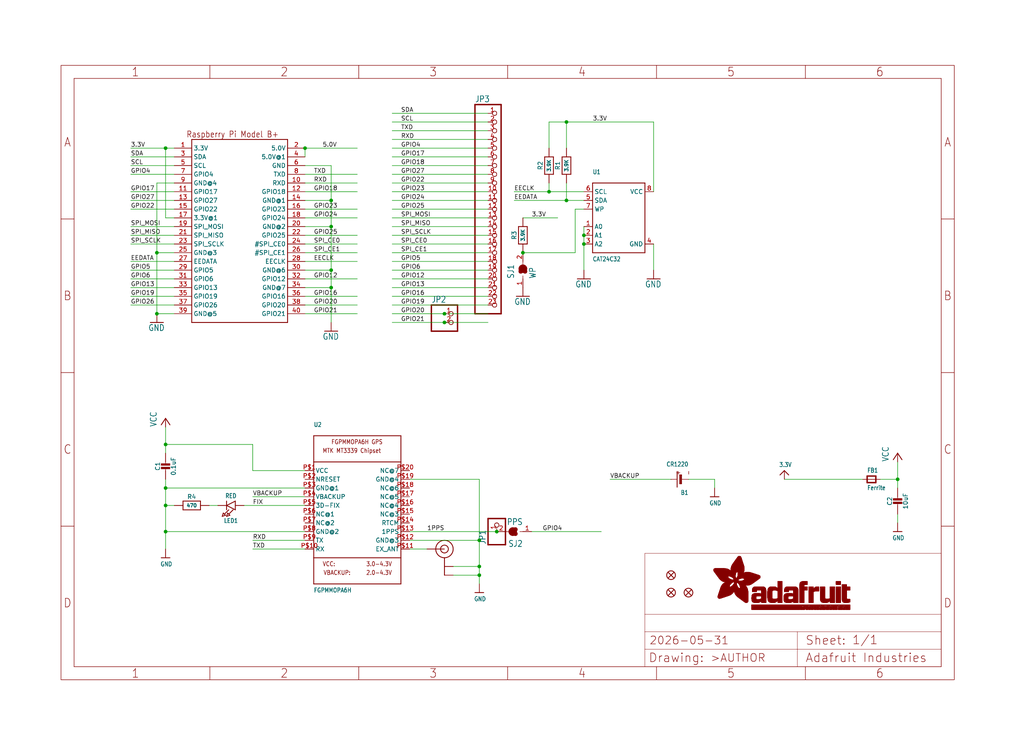
<source format=kicad_sch>
(kicad_sch (version 20230121) (generator eeschema)
  (paper "User" 298.45 217.17)
  (lib_symbols
    (symbol "Adafruit Ultimate GPS Hat-eagle-import:3.3V" (power)
      (property "Value" "3.3V" (at -1.524 1.016 0))
      (symbol "3.3V_1_0"
        (pin power_in line (at 0 -2.54 90) (length 2.54) (name "3.3V") (number "1"))
      )
    )
    (symbol "Adafruit Ultimate GPS Hat-eagle-import:BATTERYCR1220_SMT"
      (property "Reference" "B" (at -2.54 3.175 0))
      (symbol "BATTERYCR1220_SMT_1_0"
        (text "+" (at 1.27 -1.143 900) (effects (font (size 1.27 1.0795)) (justify right top)))
        (text "-" (at -1.778 -1.143 900) (effects (font (size 1.27 1.0795)) (justify right top)))
        (pin passive line (at 2.54 0 180) (length 0) (name "+") (number "+$1"))
        (pin passive line (at 2.54 0 180) (length 0) (name "+") (number "+$2"))
        (pin passive line (at -2.54 0 0) (length 0) (name "-") (number "-"))
      )
    )
    (symbol "Adafruit Ultimate GPS Hat-eagle-import:CAP_CERAMIC0805-NOOUTLINE"
      (property "Reference" "C" (at -2.29 1.25 90))
      (symbol "CAP_CERAMIC0805-NOOUTLINE_1_0"
        (pin passive line (at 0 5.08 270) (length 2.54) (name "1") (number "1"))
        (pin passive line (at 0 -2.54 90) (length 2.54) (name "2") (number "2"))
      )
    )
    (symbol "Adafruit Ultimate GPS Hat-eagle-import:EEPROM_I2C_SOIC8_GENERIC"
      (property "Reference" "U" (at -7.62 12.7 0))
      (symbol "EEPROM_I2C_SOIC8_GENERIC_1_0"
        (pin input line (at -10.16 -2.54 0) (length 2.54) (name "A0") (number "1"))
        (pin input line (at -10.16 -5.08 0) (length 2.54) (name "A1") (number "2"))
        (pin input line (at -10.16 -7.62 0) (length 2.54) (name "A2") (number "3"))
        (pin power_in line (at 10.16 -7.62 180) (length 2.54) (name "GND") (number "4"))
        (pin bidirectional line (at -10.16 5.08 0) (length 2.54) (name "SDA") (number "5"))
        (pin input line (at -10.16 7.62 0) (length 2.54) (name "SCL") (number "6"))
        (pin input line (at -10.16 2.54 0) (length 2.54) (name "WP") (number "7"))
        (pin power_in line (at 10.16 7.62 180) (length 2.54) (name "VCC") (number "8"))
      )
    )
    (symbol "Adafruit Ultimate GPS Hat-eagle-import:FERRITE0805"
      (property "Reference" "FB" (at -1.27 1.905 0))
      (symbol "FERRITE0805_1_0"
        (pin passive line (at -2.54 0 0) (length 2.54) (name "P$1") (number "1"))
        (pin passive line (at 2.54 0 180) (length 2.54) (name "P$2") (number "2"))
      )
    )
    (symbol "Adafruit Ultimate GPS Hat-eagle-import:FIDUCIAL_1MM")
    (symbol "Adafruit Ultimate GPS Hat-eagle-import:FRAME_A4_ADAFRUIT"
      (symbol "FRAME_A4_ADAFRUIT_1_0"
        (text "${#}/${##}" (at 230.505 10.16 0) (effects (font (size 2.54 2.54)) (justify left bottom)))
        (text "${CURRENT_DATE}" (at 171.45 10.16 0) (effects (font (size 2.286 2.286)) (justify left bottom)))
        (text "${PROJECTNAME}" (at 171.45 15.24 0) (effects (font (size 2.54 2.54)) (justify left bottom)))
        (text "1" (at 21.6958 1.905 0) (effects (font (size 2.54 2.286))))
        (text "1" (at 21.6958 177.165 0) (effects (font (size 2.54 2.286))))
        (text "2" (at 65.0875 1.905 0) (effects (font (size 2.54 2.286))))
        (text "2" (at 65.0875 177.165 0) (effects (font (size 2.54 2.286))))
        (text "3" (at 108.4792 1.905 0) (effects (font (size 2.54 2.286))))
        (text "3" (at 108.4792 177.165 0) (effects (font (size 2.54 2.286))))
        (text "4" (at 151.8708 1.905 0) (effects (font (size 2.54 2.286))))
        (text "4" (at 151.8708 177.165 0) (effects (font (size 2.54 2.286))))
        (text "5" (at 195.2625 1.905 0) (effects (font (size 2.54 2.286))))
        (text "5" (at 195.2625 177.165 0) (effects (font (size 2.54 2.286))))
        (text "6" (at 238.6542 1.905 0) (effects (font (size 2.54 2.286))))
        (text "6" (at 238.6542 177.165 0) (effects (font (size 2.54 2.286))))
        (text ">AUTHOR" (at 189.23 5.08 0) (effects (font (size 2.286 2.286)) (justify left bottom)))
        (text "A" (at 1.905 156.6863 0) (effects (font (size 2.54 2.286))))
        (text "A" (at 258.445 156.6863 0) (effects (font (size 2.54 2.286))))
        (text "Adafruit Industries" (at 216.916 4.953 0) (effects (font (size 2.54 2.54)) (justify left bottom)))
        (text "B" (at 1.905 111.9188 0) (effects (font (size 2.54 2.286))))
        (text "B" (at 258.445 111.9188 0) (effects (font (size 2.54 2.286))))
        (text "C" (at 1.905 67.1513 0) (effects (font (size 2.54 2.286))))
        (text "C" (at 258.445 67.1513 0) (effects (font (size 2.54 2.286))))
        (text "D" (at 1.905 22.3838 0) (effects (font (size 2.54 2.286))))
        (text "D" (at 258.445 22.3838 0) (effects (font (size 2.54 2.286))))
        (text "Drawing:" (at 171.196 4.953 0) (effects (font (size 2.54 2.54)) (justify left bottom)))
        (text "Sheet:" (at 216.916 10.033 0) (effects (font (size 2.54 2.54)) (justify left bottom)))
      )
    )
    (symbol "Adafruit Ultimate GPS Hat-eagle-import:GND" (power)
      (property "Value" "GND" (at -1.524 -2.54 0))
      (symbol "GND_1_0"
        (pin power_in line (at 0 2.54 270) (length 2.54) (name "GND") (number "1"))
      )
    )
    (symbol "Adafruit Ultimate GPS Hat-eagle-import:GPS_FGPMMOPA6H"
      (property "Reference" "U" (at -12.7 22.86 0))
      (symbol "GPS_FGPMMOPA6H_1_0"
        (text "2.0-4.3V" (at 2.54 -20.32 0) (effects (font (size 1.27 1.0795)) (justify left bottom)))
        (text "3.0-4.3V" (at 2.54 -17.78 0) (effects (font (size 1.27 1.0795)) (justify left bottom)))
        (text "FGPMMOPA6H GPS" (at -7.62 17.78 0) (effects (font (size 1.27 1.0795)) (justify left bottom)))
        (text "MTK MT3339 Chipset" (at -10.16 15.24 0) (effects (font (size 1.27 1.0795)) (justify left bottom)))
        (text "VBACKUP:" (at -9.906 -20.32 0) (effects (font (size 1.27 1.0795)) (justify left bottom)))
        (text "VCC:" (at -10.16 -17.78 0) (effects (font (size 1.27 1.0795)) (justify left bottom)))
        (pin bidirectional line (at -15.24 10.16 0) (length 2.54) (name "VCC") (number "P$1"))
        (pin bidirectional line (at -15.24 -12.7 0) (length 2.54) (name "RX") (number "P$10"))
        (pin bidirectional line (at 15.24 -12.7 180) (length 2.54) (name "EX_ANT") (number "P$11"))
        (pin bidirectional line (at 15.24 -10.16 180) (length 2.54) (name "GND@3") (number "P$12"))
        (pin bidirectional line (at 15.24 -7.62 180) (length 2.54) (name "1PPS") (number "P$13"))
        (pin bidirectional line (at 15.24 -5.08 180) (length 2.54) (name "RTCM") (number "P$14"))
        (pin bidirectional line (at 15.24 -2.54 180) (length 2.54) (name "NC@3") (number "P$15"))
        (pin bidirectional line (at 15.24 0 180) (length 2.54) (name "NC@4") (number "P$16"))
        (pin bidirectional line (at 15.24 2.54 180) (length 2.54) (name "NC@5") (number "P$17"))
        (pin bidirectional line (at 15.24 5.08 180) (length 2.54) (name "NC@6") (number "P$18"))
        (pin bidirectional line (at 15.24 7.62 180) (length 2.54) (name "GND@4") (number "P$19"))
        (pin bidirectional line (at -15.24 7.62 0) (length 2.54) (name "NRESET") (number "P$2"))
        (pin bidirectional line (at 15.24 10.16 180) (length 2.54) (name "NC@7") (number "P$20"))
        (pin bidirectional line (at -15.24 5.08 0) (length 2.54) (name "GND@1") (number "P$3"))
        (pin bidirectional line (at -15.24 2.54 0) (length 2.54) (name "VBACKUP") (number "P$4"))
        (pin bidirectional line (at -15.24 0 0) (length 2.54) (name "3D-FIX") (number "P$5"))
        (pin bidirectional line (at -15.24 -2.54 0) (length 2.54) (name "NC@1") (number "P$6"))
        (pin bidirectional line (at -15.24 -5.08 0) (length 2.54) (name "NC@2") (number "P$7"))
        (pin bidirectional line (at -15.24 -7.62 0) (length 2.54) (name "GND@2") (number "P$8"))
        (pin bidirectional line (at -15.24 -10.16 0) (length 2.54) (name "TX") (number "P$9"))
      )
    )
    (symbol "Adafruit Ultimate GPS Hat-eagle-import:HEADER-1X23"
      (property "Reference" "JP" (at -1.27 31.115 0))
      (symbol "HEADER-1X23_1_0"
        (pin passive inverted (at 2.54 27.94 0) (length 2.54) (name "1") (number "1"))
        (pin passive inverted (at 2.54 5.08 0) (length 2.54) (name "10") (number "10"))
        (pin passive inverted (at 2.54 2.54 0) (length 2.54) (name "11") (number "11"))
        (pin passive inverted (at 2.54 0 0) (length 2.54) (name "12") (number "12"))
        (pin passive inverted (at 2.54 -2.54 0) (length 2.54) (name "13") (number "13"))
        (pin passive inverted (at 2.54 -5.08 0) (length 2.54) (name "14") (number "14"))
        (pin passive inverted (at 2.54 -7.62 0) (length 2.54) (name "15") (number "15"))
        (pin passive inverted (at 2.54 -10.16 0) (length 2.54) (name "16") (number "16"))
        (pin passive inverted (at 2.54 -12.7 0) (length 2.54) (name "17") (number "17"))
        (pin passive inverted (at 2.54 -15.24 0) (length 2.54) (name "18") (number "18"))
        (pin passive inverted (at 2.54 -17.78 0) (length 2.54) (name "19") (number "19"))
        (pin passive inverted (at 2.54 25.4 0) (length 2.54) (name "2") (number "2"))
        (pin passive inverted (at 2.54 -20.32 0) (length 2.54) (name "20") (number "20"))
        (pin passive inverted (at 2.54 -22.86 0) (length 2.54) (name "21") (number "21"))
        (pin passive inverted (at 2.54 -25.4 0) (length 2.54) (name "22") (number "22"))
        (pin passive inverted (at 2.54 -27.94 0) (length 2.54) (name "23") (number "23"))
        (pin passive inverted (at 2.54 22.86 0) (length 2.54) (name "3") (number "3"))
        (pin passive inverted (at 2.54 20.32 0) (length 2.54) (name "4") (number "4"))
        (pin passive inverted (at 2.54 17.78 0) (length 2.54) (name "5") (number "5"))
        (pin passive inverted (at 2.54 15.24 0) (length 2.54) (name "6") (number "6"))
        (pin passive inverted (at 2.54 12.7 0) (length 2.54) (name "7") (number "7"))
        (pin passive inverted (at 2.54 10.16 0) (length 2.54) (name "8") (number "8"))
        (pin passive inverted (at 2.54 7.62 0) (length 2.54) (name "9") (number "9"))
      )
    )
    (symbol "Adafruit Ultimate GPS Hat-eagle-import:HEADER-1X2ROUND"
      (property "Reference" "JP" (at -6.35 5.715 0))
      (symbol "HEADER-1X2ROUND_1_0"
        (pin passive inverted (at -2.54 2.54 0) (length 2.54) (name "1") (number "1"))
        (pin passive inverted (at -2.54 0 0) (length 2.54) (name "2") (number "2"))
      )
    )
    (symbol "Adafruit Ultimate GPS Hat-eagle-import:LED0805"
      (property "Reference" "D" (at -1.27 4.445 0))
      (symbol "LED0805_1_0"
        (pin passive line (at -5.08 0 0) (length 2.54) (name "A") (number "A"))
        (pin passive line (at 2.54 0 180) (length 2.54) (name "C") (number "C"))
      )
    )
    (symbol "Adafruit Ultimate GPS Hat-eagle-import:PINHD-1X1CB"
      (property "Reference" "JP" (at -6.35 3.175 0))
      (symbol "PINHD-1X1CB_1_0"
        (pin passive inverted (at -2.54 0 0) (length 2.54) (name "1") (number "1"))
      )
    )
    (symbol "Adafruit Ultimate GPS Hat-eagle-import:RASPBERRYPI_BPLUS_HATSLOTS"
      (symbol "RASPBERRYPI_BPLUS_HATSLOTS_1_0"
        (text "Raspberry Pi Model B+" (at 12.7 25.4 0) (effects (font (size 1.778 1.5113)) (justify right top)))
        (pin power_in line (at -17.78 20.32 0) (length 5.08) (name "3.3V") (number "1"))
        (pin bidirectional line (at 20.32 10.16 180) (length 5.08) (name "RXD") (number "10"))
        (pin bidirectional line (at -17.78 7.62 0) (length 5.08) (name "GPIO17") (number "11"))
        (pin bidirectional line (at 20.32 7.62 180) (length 5.08) (name "GPIO18") (number "12"))
        (pin bidirectional line (at -17.78 5.08 0) (length 5.08) (name "GPIO27") (number "13"))
        (pin power_in line (at 20.32 5.08 180) (length 5.08) (name "GND@1") (number "14"))
        (pin bidirectional line (at -17.78 2.54 0) (length 5.08) (name "GPIO22") (number "15"))
        (pin bidirectional line (at 20.32 2.54 180) (length 5.08) (name "GPIO23") (number "16"))
        (pin power_in line (at -17.78 0 0) (length 5.08) (name "3.3V@1") (number "17"))
        (pin bidirectional line (at 20.32 0 180) (length 5.08) (name "GPIO24") (number "18"))
        (pin bidirectional line (at -17.78 -2.54 0) (length 5.08) (name "SPI_MOSI") (number "19"))
        (pin power_in line (at 20.32 20.32 180) (length 5.08) (name "5.0V") (number "2"))
        (pin power_in line (at 20.32 -2.54 180) (length 5.08) (name "GND@2") (number "20"))
        (pin bidirectional line (at -17.78 -5.08 0) (length 5.08) (name "SPI_MISO") (number "21"))
        (pin bidirectional line (at 20.32 -5.08 180) (length 5.08) (name "GPIO25") (number "22"))
        (pin bidirectional line (at -17.78 -7.62 0) (length 5.08) (name "SPI_SCLK") (number "23"))
        (pin bidirectional line (at 20.32 -7.62 180) (length 5.08) (name "#SPI_CE0") (number "24"))
        (pin power_in line (at -17.78 -10.16 0) (length 5.08) (name "GND@3") (number "25"))
        (pin bidirectional line (at 20.32 -10.16 180) (length 5.08) (name "#SPI_CE1") (number "26"))
        (pin bidirectional line (at -17.78 -12.7 0) (length 5.08) (name "EEDATA") (number "27"))
        (pin bidirectional line (at 20.32 -12.7 180) (length 5.08) (name "EECLK") (number "28"))
        (pin bidirectional line (at -17.78 -15.24 0) (length 5.08) (name "GPIO5") (number "29"))
        (pin bidirectional line (at -17.78 17.78 0) (length 5.08) (name "SDA") (number "3"))
        (pin power_in line (at 20.32 -15.24 180) (length 5.08) (name "GND@6") (number "30"))
        (pin bidirectional line (at -17.78 -17.78 0) (length 5.08) (name "GPIO6") (number "31"))
        (pin bidirectional line (at 20.32 -17.78 180) (length 5.08) (name "GPIO12") (number "32"))
        (pin bidirectional line (at -17.78 -20.32 0) (length 5.08) (name "GPIO13") (number "33"))
        (pin power_in line (at 20.32 -20.32 180) (length 5.08) (name "GND@7") (number "34"))
        (pin bidirectional line (at -17.78 -22.86 0) (length 5.08) (name "GPIO19") (number "35"))
        (pin bidirectional line (at 20.32 -22.86 180) (length 5.08) (name "GPIO16") (number "36"))
        (pin bidirectional line (at -17.78 -25.4 0) (length 5.08) (name "GPIO26") (number "37"))
        (pin bidirectional line (at 20.32 -25.4 180) (length 5.08) (name "GPIO20") (number "38"))
        (pin power_in line (at -17.78 -27.94 0) (length 5.08) (name "GND@5") (number "39"))
        (pin power_in line (at 20.32 17.78 180) (length 5.08) (name "5.0V@1") (number "4"))
        (pin bidirectional line (at 20.32 -27.94 180) (length 5.08) (name "GPIO21") (number "40"))
        (pin bidirectional line (at -17.78 15.24 0) (length 5.08) (name "SCL") (number "5"))
        (pin power_in line (at 20.32 15.24 180) (length 5.08) (name "GND") (number "6"))
        (pin bidirectional line (at -17.78 12.7 0) (length 5.08) (name "GPIO4") (number "7"))
        (pin bidirectional line (at 20.32 12.7 180) (length 5.08) (name "TXD") (number "8"))
        (pin power_in line (at -17.78 10.16 0) (length 5.08) (name "GND@4") (number "9"))
      )
    )
    (symbol "Adafruit Ultimate GPS Hat-eagle-import:RESISTOR0805_NOOUTLINE"
      (property "Reference" "R" (at 0 2.54 0))
      (symbol "RESISTOR0805_NOOUTLINE_1_0"
        (pin passive line (at -5.08 0 0) (length 2.54) (name "1") (number "1"))
        (pin passive line (at 5.08 0 180) (length 2.54) (name "2") (number "2"))
      )
    )
    (symbol "Adafruit Ultimate GPS Hat-eagle-import:SOLDERJUMPER_CLOSED"
      (property "Reference" "SJ" (at -2.54 2.54 0))
      (symbol "SOLDERJUMPER_CLOSED_1_0"
        (pin passive line (at -5.08 0 0) (length 2.54) (name "1") (number "1"))
        (pin passive line (at 5.08 0 180) (length 2.54) (name "2") (number "2"))
      )
    )
    (symbol "Adafruit Ultimate GPS Hat-eagle-import:U.FL"
      (symbol "U.FL_1_0"
        (pin bidirectional line (at -2.54 -5.08 0) (length 2.54) (name "GND@0") (number "P$1"))
        (pin bidirectional line (at -2.54 -7.62 0) (length 2.54) (name "GND@1") (number "P$2"))
        (pin bidirectional line (at 5.08 0 180) (length 5.08) (name "SIGNAL") (number "P$3"))
      )
    )
    (symbol "Adafruit Ultimate GPS Hat-eagle-import:VCC" (power)
      (property "Value" "VCC" (at -2.54 -2.54 90))
      (symbol "VCC_1_0"
        (pin power_in line (at 0 -2.54 90) (length 2.54) (name "VCC") (number "1"))
      )
    )
    (symbol "Adafruit Ultimate GPS Hat-eagle-import:supply1_GND" (power)
      (property "Value" "supply1_GND" (at -2.54 -2.54 0))
      (symbol "supply1_GND_1_0"
        (pin power_in line (at 0 2.54 270) (length 2.54) (name "GND") (number "1"))
      )
    )
  )
  (junction (at 96.52 83.82))
  (junction (at 129.54 91.44))
  (junction (at 139.7 157.48))
  (junction (at 165.1 35.56))
  (junction (at 45.72 91.44))
  (junction (at 152.4 73.66))
  (junction (at 48.26 154.94))
  (junction (at 261.62 139.7))
  (junction (at 45.72 73.66))
  (junction (at 160.02 55.88))
  (junction (at 96.52 78.74))
  (junction (at 139.7 165.1))
  (junction (at 170.18 68.58))
  (junction (at 170.18 71.12))
  (junction (at 129.54 93.98))
  (junction (at 96.52 66.04))
  (junction (at 48.26 142.24))
  (junction (at 144.78 154.94))
  (junction (at 88.9 43.18))
  (junction (at 48.26 147.32))
  (junction (at 139.7 167.64))
  (junction (at 165.1 58.42))
  (junction (at 96.52 58.42))
  (junction (at 48.26 129.54))
  (junction (at 48.26 43.18))
  (wire (pts (xy 88.9 50.8) (xy 104.14 50.8)) (stroke (width 0.1524)))
  (wire (pts (xy 261.62 149.86) (xy 261.62 152.4)) (stroke (width 0.1524)))
  (wire (pts (xy 50.8 45.72) (xy 38.1 45.72)) (stroke (width 0.1524)))
  (wire (pts (xy 190.5 55.88) (xy 190.5 35.56)) (stroke (width 0.1524)))
  (wire (pts (xy 50.8 60.96) (xy 38.1 60.96)) (stroke (width 0.1524)))
  (wire (pts (xy 88.9 73.66) (xy 104.14 73.66)) (stroke (width 0.1524)))
  (wire (pts (xy 256.54 139.7) (xy 261.62 139.7)) (stroke (width 0.1524)))
  (wire (pts (xy 114.3 48.26) (xy 142.24 48.26)) (stroke (width 0.1524)))
  (wire (pts (xy 38.1 88.9) (xy 50.8 88.9)) (stroke (width 0.1524)))
  (wire (pts (xy 50.8 147.32) (xy 48.26 147.32)) (stroke (width 0.1524)))
  (wire (pts (xy 88.9 58.42) (xy 96.52 58.42)) (stroke (width 0.1524)))
  (wire (pts (xy 45.72 53.34) (xy 50.8 53.34)) (stroke (width 0.1524)))
  (wire (pts (xy 88.9 86.36) (xy 104.14 86.36)) (stroke (width 0.1524)))
  (wire (pts (xy 139.7 165.1) (xy 139.7 167.64)) (stroke (width 0.1524)))
  (wire (pts (xy 114.3 35.56) (xy 142.24 35.56)) (stroke (width 0.1524)))
  (wire (pts (xy 96.52 58.42) (xy 96.52 66.04)) (stroke (width 0.1524)))
  (wire (pts (xy 38.1 58.42) (xy 50.8 58.42)) (stroke (width 0.1524)))
  (wire (pts (xy 195.58 139.7) (xy 177.8 139.7)) (stroke (width 0.1524)))
  (wire (pts (xy 88.9 71.12) (xy 104.14 71.12)) (stroke (width 0.1524)))
  (wire (pts (xy 88.9 147.32) (xy 71.12 147.32)) (stroke (width 0.1524)))
  (wire (pts (xy 119.38 160.02) (xy 124.46 160.02)) (stroke (width 0.1524)))
  (wire (pts (xy 170.18 55.88) (xy 160.02 55.88)) (stroke (width 0.1524)))
  (wire (pts (xy 139.7 157.48) (xy 139.7 165.1)) (stroke (width 0.1524)))
  (wire (pts (xy 38.1 78.74) (xy 50.8 78.74)) (stroke (width 0.1524)))
  (wire (pts (xy 88.9 68.58) (xy 104.14 68.58)) (stroke (width 0.1524)))
  (wire (pts (xy 48.26 139.7) (xy 48.26 142.24)) (stroke (width 0.1524)))
  (wire (pts (xy 48.26 129.54) (xy 73.66 129.54)) (stroke (width 0.1524)))
  (wire (pts (xy 88.9 76.2) (xy 104.14 76.2)) (stroke (width 0.1524)))
  (wire (pts (xy 48.26 132.08) (xy 48.26 129.54)) (stroke (width 0.1524)))
  (wire (pts (xy 48.26 142.24) (xy 48.26 147.32)) (stroke (width 0.1524)))
  (wire (pts (xy 63.5 147.32) (xy 60.96 147.32)) (stroke (width 0.1524)))
  (wire (pts (xy 88.9 154.94) (xy 48.26 154.94)) (stroke (width 0.1524)))
  (wire (pts (xy 142.24 86.36) (xy 114.3 86.36)) (stroke (width 0.1524)))
  (wire (pts (xy 152.4 73.66) (xy 167.64 73.66)) (stroke (width 0.1524)))
  (wire (pts (xy 96.52 78.74) (xy 96.52 83.82)) (stroke (width 0.1524)))
  (wire (pts (xy 88.9 83.82) (xy 96.52 83.82)) (stroke (width 0.1524)))
  (wire (pts (xy 170.18 71.12) (xy 170.18 78.74)) (stroke (width 0.1524)))
  (wire (pts (xy 48.26 154.94) (xy 48.26 160.02)) (stroke (width 0.1524)))
  (wire (pts (xy 88.9 45.72) (xy 88.9 43.18)) (stroke (width 0.1524)))
  (wire (pts (xy 142.24 66.04) (xy 114.3 66.04)) (stroke (width 0.1524)))
  (wire (pts (xy 88.9 78.74) (xy 96.52 78.74)) (stroke (width 0.1524)))
  (wire (pts (xy 88.9 48.26) (xy 96.52 48.26)) (stroke (width 0.1524)))
  (wire (pts (xy 88.9 63.5) (xy 104.14 63.5)) (stroke (width 0.1524)))
  (wire (pts (xy 50.8 50.8) (xy 38.1 50.8)) (stroke (width 0.1524)))
  (wire (pts (xy 160.02 53.34) (xy 160.02 55.88)) (stroke (width 0.1524)))
  (wire (pts (xy 96.52 66.04) (xy 96.52 78.74)) (stroke (width 0.1524)))
  (wire (pts (xy 119.38 139.7) (xy 139.7 139.7)) (stroke (width 0.1524)))
  (wire (pts (xy 48.26 43.18) (xy 38.1 43.18)) (stroke (width 0.1524)))
  (wire (pts (xy 200.66 139.7) (xy 208.28 139.7)) (stroke (width 0.1524)))
  (wire (pts (xy 160.02 35.56) (xy 160.02 43.18)) (stroke (width 0.1524)))
  (wire (pts (xy 45.72 73.66) (xy 45.72 91.44)) (stroke (width 0.1524)))
  (wire (pts (xy 38.1 66.04) (xy 50.8 66.04)) (stroke (width 0.1524)))
  (wire (pts (xy 88.9 60.96) (xy 104.14 60.96)) (stroke (width 0.1524)))
  (wire (pts (xy 38.1 81.28) (xy 50.8 81.28)) (stroke (width 0.1524)))
  (wire (pts (xy 45.72 73.66) (xy 45.72 53.34)) (stroke (width 0.1524)))
  (wire (pts (xy 88.9 81.28) (xy 104.14 81.28)) (stroke (width 0.1524)))
  (wire (pts (xy 170.18 66.04) (xy 170.18 68.58)) (stroke (width 0.1524)))
  (wire (pts (xy 88.9 66.04) (xy 96.52 66.04)) (stroke (width 0.1524)))
  (wire (pts (xy 142.24 81.28) (xy 114.3 81.28)) (stroke (width 0.1524)))
  (wire (pts (xy 88.9 55.88) (xy 104.14 55.88)) (stroke (width 0.1524)))
  (wire (pts (xy 129.54 91.44) (xy 114.3 91.44)) (stroke (width 0.1524)))
  (wire (pts (xy 142.24 91.44) (xy 129.54 91.44)) (stroke (width 0.1524)))
  (wire (pts (xy 129.54 93.98) (xy 142.24 93.98)) (stroke (width 0.1524)))
  (wire (pts (xy 45.72 73.66) (xy 50.8 73.66)) (stroke (width 0.1524)))
  (wire (pts (xy 251.46 139.7) (xy 228.6 139.7)) (stroke (width 0.1524)))
  (wire (pts (xy 73.66 137.16) (xy 73.66 129.54)) (stroke (width 0.1524)))
  (wire (pts (xy 165.1 58.42) (xy 170.18 58.42)) (stroke (width 0.1524)))
  (wire (pts (xy 114.3 88.9) (xy 142.24 88.9)) (stroke (width 0.1524)))
  (wire (pts (xy 38.1 83.82) (xy 50.8 83.82)) (stroke (width 0.1524)))
  (wire (pts (xy 38.1 71.12) (xy 50.8 71.12)) (stroke (width 0.1524)))
  (wire (pts (xy 154.94 154.94) (xy 175.26 154.94)) (stroke (width 0.1524)))
  (wire (pts (xy 48.26 124.46) (xy 48.26 129.54)) (stroke (width 0.1524)))
  (wire (pts (xy 142.24 55.88) (xy 114.3 55.88)) (stroke (width 0.1524)))
  (wire (pts (xy 152.4 63.5) (xy 162.56 63.5)) (stroke (width 0.1524)))
  (wire (pts (xy 190.5 35.56) (xy 165.1 35.56)) (stroke (width 0.1524)))
  (wire (pts (xy 119.38 154.94) (xy 144.78 154.94)) (stroke (width 0.1524)))
  (wire (pts (xy 48.26 63.5) (xy 50.8 63.5)) (stroke (width 0.1524)))
  (wire (pts (xy 38.1 86.36) (xy 50.8 86.36)) (stroke (width 0.1524)))
  (wire (pts (xy 114.3 53.34) (xy 142.24 53.34)) (stroke (width 0.1524)))
  (wire (pts (xy 132.08 167.64) (xy 139.7 167.64)) (stroke (width 0.1524)))
  (wire (pts (xy 38.1 68.58) (xy 50.8 68.58)) (stroke (width 0.1524)))
  (wire (pts (xy 114.3 73.66) (xy 142.24 73.66)) (stroke (width 0.1524)))
  (wire (pts (xy 142.24 60.96) (xy 114.3 60.96)) (stroke (width 0.1524)))
  (wire (pts (xy 261.62 139.7) (xy 261.62 134.62)) (stroke (width 0.1524)))
  (wire (pts (xy 114.3 68.58) (xy 142.24 68.58)) (stroke (width 0.1524)))
  (wire (pts (xy 160.02 55.88) (xy 149.86 55.88)) (stroke (width 0.1524)))
  (wire (pts (xy 167.64 73.66) (xy 167.64 60.96)) (stroke (width 0.1524)))
  (wire (pts (xy 167.64 60.96) (xy 170.18 60.96)) (stroke (width 0.1524)))
  (wire (pts (xy 261.62 139.7) (xy 261.62 142.24)) (stroke (width 0.1524)))
  (wire (pts (xy 142.24 71.12) (xy 114.3 71.12)) (stroke (width 0.1524)))
  (wire (pts (xy 96.52 83.82) (xy 96.52 93.98)) (stroke (width 0.1524)))
  (wire (pts (xy 114.3 58.42) (xy 142.24 58.42)) (stroke (width 0.1524)))
  (wire (pts (xy 165.1 53.34) (xy 165.1 58.42)) (stroke (width 0.1524)))
  (wire (pts (xy 50.8 43.18) (xy 48.26 43.18)) (stroke (width 0.1524)))
  (wire (pts (xy 88.9 91.44) (xy 104.14 91.44)) (stroke (width 0.1524)))
  (wire (pts (xy 139.7 139.7) (xy 139.7 157.48)) (stroke (width 0.1524)))
  (wire (pts (xy 142.24 76.2) (xy 114.3 76.2)) (stroke (width 0.1524)))
  (wire (pts (xy 119.38 157.48) (xy 139.7 157.48)) (stroke (width 0.1524)))
  (wire (pts (xy 50.8 91.44) (xy 45.72 91.44)) (stroke (width 0.1524)))
  (wire (pts (xy 114.3 93.98) (xy 129.54 93.98)) (stroke (width 0.1524)))
  (wire (pts (xy 142.24 33.02) (xy 114.3 33.02)) (stroke (width 0.1524)))
  (wire (pts (xy 88.9 160.02) (xy 73.66 160.02)) (stroke (width 0.1524)))
  (wire (pts (xy 96.52 48.26) (xy 96.52 58.42)) (stroke (width 0.1524)))
  (wire (pts (xy 139.7 167.64) (xy 139.7 170.18)) (stroke (width 0.1524)))
  (wire (pts (xy 165.1 35.56) (xy 160.02 35.56)) (stroke (width 0.1524)))
  (wire (pts (xy 50.8 48.26) (xy 38.1 48.26)) (stroke (width 0.1524)))
  (wire (pts (xy 208.28 139.7) (xy 208.28 142.24)) (stroke (width 0.1524)))
  (wire (pts (xy 132.08 165.1) (xy 139.7 165.1)) (stroke (width 0.1524)))
  (wire (pts (xy 50.8 55.88) (xy 38.1 55.88)) (stroke (width 0.1524)))
  (wire (pts (xy 88.9 43.18) (xy 104.14 43.18)) (stroke (width 0.1524)))
  (wire (pts (xy 114.3 78.74) (xy 142.24 78.74)) (stroke (width 0.1524)))
  (wire (pts (xy 48.26 147.32) (xy 48.26 154.94)) (stroke (width 0.1524)))
  (wire (pts (xy 104.14 53.34) (xy 88.9 53.34)) (stroke (width 0.1524)))
  (wire (pts (xy 48.26 63.5) (xy 48.26 43.18)) (stroke (width 0.1524)))
  (wire (pts (xy 114.3 63.5) (xy 142.24 63.5)) (stroke (width 0.1524)))
  (wire (pts (xy 170.18 68.58) (xy 170.18 71.12)) (stroke (width 0.1524)))
  (wire (pts (xy 114.3 40.64) (xy 142.24 40.64)) (stroke (width 0.1524)))
  (wire (pts (xy 149.86 58.42) (xy 165.1 58.42)) (stroke (width 0.1524)))
  (wire (pts (xy 190.5 71.12) (xy 190.5 78.74)) (stroke (width 0.1524)))
  (wire (pts (xy 114.3 45.72) (xy 142.24 45.72)) (stroke (width 0.1524)))
  (wire (pts (xy 88.9 88.9) (xy 104.14 88.9)) (stroke (width 0.1524)))
  (wire (pts (xy 142.24 38.1) (xy 114.3 38.1)) (stroke (width 0.1524)))
  (wire (pts (xy 88.9 157.48) (xy 73.66 157.48)) (stroke (width 0.1524)))
  (wire (pts (xy 88.9 137.16) (xy 73.66 137.16)) (stroke (width 0.1524)))
  (wire (pts (xy 165.1 43.18) (xy 165.1 35.56)) (stroke (width 0.1524)))
  (wire (pts (xy 88.9 144.78) (xy 73.66 144.78)) (stroke (width 0.1524)))
  (wire (pts (xy 50.8 76.2) (xy 38.1 76.2)) (stroke (width 0.1524)))
  (wire (pts (xy 88.9 142.24) (xy 48.26 142.24)) (stroke (width 0.1524)))
  (wire (pts (xy 142.24 50.8) (xy 114.3 50.8)) (stroke (width 0.1524)))
  (wire (pts (xy 142.24 43.18) (xy 114.3 43.18)) (stroke (width 0.1524)))
  (wire (pts (xy 114.3 83.82) (xy 142.24 83.82)) (stroke (width 0.1524)))
  (label "GPIO22" (at 116.84 53.34 0) (effects (font (size 1.2446 1.2446))))
  (label "GPIO20" (at 91.44 88.9 0) (effects (font (size 1.2446 1.2446))))
  (label "RXD" (at 91.44 53.34 0) (effects (font (size 1.2446 1.2446))))
  (label "GPIO4" (at 38.1 50.8 0) (effects (font (size 1.2446 1.2446))))
  (label "RXD" (at 73.66 157.48 0) (effects (font (size 1.2446 1.2446))))
  (label "GPIO25" (at 116.84 60.96 0) (effects (font (size 1.2446 1.2446))))
  (label "GPIO27" (at 38.1 58.42 0) (effects (font (size 1.2446 1.2446))))
  (label "GPIO5" (at 38.1 78.74 0) (effects (font (size 1.2446 1.2446))))
  (label "GPIO16" (at 91.44 86.36 0) (effects (font (size 1.2446 1.2446))))
  (label "GPIO24" (at 116.84 58.42 0) (effects (font (size 1.2446 1.2446))))
  (label "RXD" (at 116.84 40.64 0) (effects (font (size 1.2446 1.2446))))
  (label "GPIO20" (at 116.84 91.44 0) (effects (font (size 1.2446 1.2446))))
  (label "GPIO16" (at 116.84 86.36 0) (effects (font (size 1.2446 1.2446))))
  (label "TXD" (at 116.84 38.1 0) (effects (font (size 1.2446 1.2446))))
  (label "SPI_MOSI" (at 38.1 66.04 0) (effects (font (size 1.2446 1.2446))))
  (label "SPI_CE0" (at 116.84 71.12 0) (effects (font (size 1.2446 1.2446))))
  (label "SPI_MOSI" (at 116.84 63.5 0) (effects (font (size 1.2446 1.2446))))
  (label "GPIO12" (at 116.84 81.28 0) (effects (font (size 1.2446 1.2446))))
  (label "EECLK" (at 91.44 76.2 0) (effects (font (size 1.2446 1.2446))))
  (label "VBACKUP" (at 73.66 144.78 0) (effects (font (size 1.2446 1.2446))))
  (label "SDA" (at 38.1 45.72 0) (effects (font (size 1.2446 1.2446))))
  (label "VBACKUP" (at 177.8 139.7 0) (effects (font (size 1.2446 1.2446))))
  (label "EECLK" (at 149.86 55.88 0) (effects (font (size 1.2446 1.2446))))
  (label "GPIO22" (at 38.1 60.96 0) (effects (font (size 1.2446 1.2446))))
  (label "GPIO13" (at 38.1 83.82 0) (effects (font (size 1.2446 1.2446))))
  (label "TXD" (at 91.44 50.8 0) (effects (font (size 1.2446 1.2446))))
  (label "GPIO19" (at 116.84 88.9 0) (effects (font (size 1.2446 1.2446))))
  (label "EEDATA" (at 38.1 76.2 0) (effects (font (size 1.2446 1.2446))))
  (label "GPIO4" (at 116.84 43.18 0) (effects (font (size 1.2446 1.2446))))
  (label "SCL" (at 38.1 48.26 0) (effects (font (size 1.2446 1.2446))))
  (label "GPIO24" (at 91.44 63.5 0) (effects (font (size 1.2446 1.2446))))
  (label "GPIO26" (at 38.1 88.9 0) (effects (font (size 1.2446 1.2446))))
  (label "SPI_CE0" (at 91.44 71.12 0) (effects (font (size 1.2446 1.2446))))
  (label "GPIO17" (at 38.1 55.88 0) (effects (font (size 1.2446 1.2446))))
  (label "1PPS" (at 124.46 154.94 0) (effects (font (size 1.2446 1.2446))))
  (label "SPI_SCLK" (at 116.84 68.58 0) (effects (font (size 1.2446 1.2446))))
  (label "GPIO23" (at 116.84 55.88 0) (effects (font (size 1.2446 1.2446))))
  (label "GPIO5" (at 116.84 76.2 0) (effects (font (size 1.2446 1.2446))))
  (label "SPI_SCLK" (at 38.1 71.12 0) (effects (font (size 1.2446 1.2446))))
  (label "GPIO6" (at 38.1 81.28 0) (effects (font (size 1.2446 1.2446))))
  (label "GPIO27" (at 116.84 50.8 0) (effects (font (size 1.2446 1.2446))))
  (label "GPIO21" (at 91.44 91.44 0) (effects (font (size 1.2446 1.2446))))
  (label "SCL" (at 116.84 35.56 0) (effects (font (size 1.2446 1.2446))))
  (label "FIX" (at 73.66 147.32 0) (effects (font (size 1.2446 1.2446))))
  (label "GPIO25" (at 91.44 68.58 0) (effects (font (size 1.2446 1.2446))))
  (label "SPI_CE1" (at 116.84 73.66 0) (effects (font (size 1.2446 1.2446))))
  (label "GPIO21" (at 116.84 93.98 0) (effects (font (size 1.2446 1.2446))))
  (label "3.3V" (at 172.72 35.56 0) (effects (font (size 1.2446 1.2446))))
  (label "GPIO13" (at 116.84 83.82 0) (effects (font (size 1.2446 1.2446))))
  (label "3.3V" (at 38.1 43.18 0) (effects (font (size 1.2446 1.2446))))
  (label "EEDATA" (at 149.86 58.42 0) (effects (font (size 1.2446 1.2446))))
  (label "TXD" (at 73.66 160.02 0) (effects (font (size 1.2446 1.2446))))
  (label "SPI_MISO" (at 38.1 68.58 0) (effects (font (size 1.2446 1.2446))))
  (label "SDA" (at 116.84 33.02 0) (effects (font (size 1.2446 1.2446))))
  (label "GPIO19" (at 38.1 86.36 0) (effects (font (size 1.2446 1.2446))))
  (label "GPIO18" (at 91.44 55.88 0) (effects (font (size 1.2446 1.2446))))
  (label "GPIO12" (at 91.44 81.28 0) (effects (font (size 1.2446 1.2446))))
  (label "3.3V" (at 154.94 63.5 0) (effects (font (size 1.2446 1.2446))))
  (label "GPIO4" (at 158.115 154.94 0) (effects (font (size 1.2446 1.2446))))
  (label "GPIO23" (at 91.44 60.96 0) (effects (font (size 1.2446 1.2446))))
  (label "GPIO17" (at 116.84 45.72 0) (effects (font (size 1.2446 1.2446))))
  (label "GPIO6" (at 116.84 78.74 0) (effects (font (size 1.2446 1.2446))))
  (label "SPI_MISO" (at 116.84 66.04 0) (effects (font (size 1.2446 1.2446))))
  (label "5.0V" (at 93.98 43.18 0) (effects (font (size 1.2446 1.2446))))
  (label "SPI_CE1" (at 91.44 73.66 0) (effects (font (size 1.2446 1.2446))))
  (label "GPIO18" (at 116.84 48.26 0) (effects (font (size 1.2446 1.2446))))
  (symbol (lib_id "Adafruit Ultimate GPS Hat-eagle-import:RESISTOR0805_NOOUTLINE") (at 165.1 48.26 90) (unit 1)
    (property "Reference" "R1" (at 162.56 48.26 0))
    (property "Value" "3.9K" (at 165.1 48.26 0) (effects (font (size 1.016 1.016) bold)))
    (property "Footprint" "Adafruit Ultimate GPS Hat:0805-NO" (effects hide))
  )
  (symbol (lib_id "Adafruit Ultimate GPS Hat-eagle-import:GND") (at 48.26 162.56 0) (unit 1)
    (property "Reference" "#U$2" (effects hide))
    (property "Value" "GND" (at 46.736 165.1 0) (effects (font (size 1.27 1.0795)) (justify left bottom)))
  )
  (symbol (lib_id "Adafruit Ultimate GPS Hat-eagle-import:supply1_GND") (at 96.52 96.52 0) (unit 1)
    (property "Reference" "#GND2" (effects hide))
    (property "Value" "GND" (at 93.98 99.06 0) (effects (font (size 1.778 1.5113)) (justify left bottom)))
  )
  (symbol (lib_id "Adafruit Ultimate GPS Hat-eagle-import:HEADER-1X2ROUND") (at 132.08 93.98 0) (unit 1)
    (property "Reference" "JP2" (at 125.73 88.265 0) (effects (font (size 1.778 1.5113)) (justify left bottom)))
    (property "Value" "HEADER-1X2ROUND" (effects hide))
    (property "Footprint" "Adafruit Ultimate GPS Hat:1X02_ROUND" (effects hide))
  )
  (symbol (lib_id "Adafruit Ultimate GPS Hat-eagle-import:GPS_FGPMMOPA6H") (at 104.14 147.32 0) (unit 1)
    (property "Reference" "U2" (at 91.44 124.46 0) (effects (font (size 1.27 1.0795)) (justify left bottom)))
    (property "Value" "FGPMMOPA6H" (at 91.44 172.72 0) (effects (font (size 1.27 1.0795)) (justify left bottom)))
    (property "Footprint" "Adafruit Ultimate GPS Hat:FGPMMOPA6H" (effects hide))
  )
  (symbol (lib_id "Adafruit Ultimate GPS Hat-eagle-import:GND") (at 139.7 172.72 0) (unit 1)
    (property "Reference" "#U$19" (effects hide))
    (property "Value" "GND" (at 138.176 175.26 0) (effects (font (size 1.27 1.0795)) (justify left bottom)))
  )
  (symbol (lib_id "Adafruit Ultimate GPS Hat-eagle-import:HEADER-1X23") (at 139.7 60.96 0) (unit 1)
    (property "Reference" "JP3" (at 138.43 29.845 0) (effects (font (size 1.778 1.5113)) (justify left bottom)))
    (property "Value" "HEADER-1X23" (effects hide))
    (property "Footprint" "Adafruit Ultimate GPS Hat:1X23_ROUND_70MIL" (effects hide))
  )
  (symbol (lib_id "Adafruit Ultimate GPS Hat-eagle-import:GND") (at 208.28 144.78 0) (unit 1)
    (property "Reference" "#U$14" (effects hide))
    (property "Value" "GND" (at 206.756 147.32 0) (effects (font (size 1.27 1.0795)) (justify left bottom)))
  )
  (symbol (lib_id "Adafruit Ultimate GPS Hat-eagle-import:RASPBERRYPI_BPLUS_HATSLOTS") (at 68.58 63.5 0) (unit 1)
    (property "Reference" "RPI1" (effects hide))
    (property "Value" "RASPBERRYPI_BPLUS_HATSLOTS" (effects hide))
    (property "Footprint" "Adafruit Ultimate GPS Hat:PI_HAT_SLOTS" (effects hide))
  )
  (symbol (lib_id "Adafruit Ultimate GPS Hat-eagle-import:CAP_CERAMIC0805-NOOUTLINE") (at 48.26 137.16 0) (unit 1)
    (property "Reference" "C1" (at 45.97 135.91 90))
    (property "Value" "0.1uF" (at 50.56 135.91 90))
    (property "Footprint" "Adafruit Ultimate GPS Hat:0805-NO" (effects hide))
  )
  (symbol (lib_id "Adafruit Ultimate GPS Hat-eagle-import:FRAME_A4_ADAFRUIT") (at 17.78 198.12 0) (unit 1)
    (property "Reference" "#U$7" (effects hide))
    (property "Value" "FRAME_A4_ADAFRUIT" (effects hide))
  )
  (symbol (lib_id "Adafruit Ultimate GPS Hat-eagle-import:supply1_GND") (at 170.18 81.28 0) (unit 1)
    (property "Reference" "#GND3" (effects hide))
    (property "Value" "GND" (at 167.64 83.82 0) (effects (font (size 1.778 1.5113)) (justify left bottom)))
  )
  (symbol (lib_id "Adafruit Ultimate GPS Hat-eagle-import:SOLDERJUMPER_CLOSED") (at 152.4 78.74 90) (unit 1)
    (property "Reference" "SJ1" (at 149.86 81.28 0) (effects (font (size 1.778 1.5113)) (justify left bottom)))
    (property "Value" "WP" (at 156.21 81.28 0) (effects (font (size 1.778 1.5113)) (justify left bottom)))
    (property "Footprint" "Adafruit Ultimate GPS Hat:SOLDERJUMPER_CLOSEDWIRE" (effects hide))
  )
  (symbol (lib_id "Adafruit Ultimate GPS Hat-eagle-import:CAP_CERAMIC0805-NOOUTLINE") (at 261.62 147.32 0) (unit 1)
    (property "Reference" "C2" (at 259.33 146.07 90))
    (property "Value" "10uF" (at 263.92 146.07 90))
    (property "Footprint" "Adafruit Ultimate GPS Hat:0805-NO" (effects hide))
  )
  (symbol (lib_id "Adafruit Ultimate GPS Hat-eagle-import:EEPROM_I2C_SOIC8_GENERIC") (at 180.34 63.5 0) (unit 1)
    (property "Reference" "U1" (at 172.72 50.8 0) (effects (font (size 1.27 1.0795)) (justify left bottom)))
    (property "Value" "CAT24C32" (at 172.72 76.2 0) (effects (font (size 1.27 1.0795)) (justify left bottom)))
    (property "Footprint" "Adafruit Ultimate GPS Hat:SOIC8_150MIL" (effects hide))
  )
  (symbol (lib_id "Adafruit Ultimate GPS Hat-eagle-import:FIDUCIAL_1MM") (at 200.66 172.72 0) (unit 1)
    (property "Reference" "FID3" (effects hide))
    (property "Value" "FIDUCIAL_1MM" (effects hide))
    (property "Footprint" "Adafruit Ultimate GPS Hat:FIDUCIAL_1MM" (effects hide))
  )
  (symbol (lib_id "Adafruit Ultimate GPS Hat-eagle-import:FERRITE0805") (at 254 139.7 0) (unit 1)
    (property "Reference" "FB1" (at 252.73 137.795 0) (effects (font (size 1.27 1.0795)) (justify left bottom)))
    (property "Value" "Ferrite" (at 252.73 142.875 0) (effects (font (size 1.27 1.0795)) (justify left bottom)))
    (property "Footprint" "Adafruit Ultimate GPS Hat:0805" (effects hide))
  )
  (symbol (lib_id "Adafruit Ultimate GPS Hat-eagle-import:FIDUCIAL_1MM") (at 195.58 167.64 0) (unit 1)
    (property "Reference" "FID1" (effects hide))
    (property "Value" "FIDUCIAL_1MM" (effects hide))
    (property "Footprint" "Adafruit Ultimate GPS Hat:FIDUCIAL_1MM" (effects hide))
  )
  (symbol (lib_id "Adafruit Ultimate GPS Hat-eagle-import:GND") (at 261.62 154.94 0) (unit 1)
    (property "Reference" "#U$5" (effects hide))
    (property "Value" "GND" (at 260.096 157.48 0) (effects (font (size 1.27 1.0795)) (justify left bottom)))
  )
  (symbol (lib_id "Adafruit Ultimate GPS Hat-eagle-import:RESISTOR0805_NOOUTLINE") (at 160.02 48.26 90) (unit 1)
    (property "Reference" "R2" (at 157.48 48.26 0))
    (property "Value" "3.9K" (at 160.02 48.26 0) (effects (font (size 1.016 1.016) bold)))
    (property "Footprint" "Adafruit Ultimate GPS Hat:0805-NO" (effects hide))
  )
  (symbol (lib_id "Adafruit Ultimate GPS Hat-eagle-import:3.3V") (at 228.6 137.16 0) (unit 1)
    (property "Reference" "#U$1" (effects hide))
    (property "Value" "3.3V" (at 227.076 136.144 0) (effects (font (size 1.27 1.0795)) (justify left bottom)))
  )
  (symbol (lib_id "Adafruit Ultimate GPS Hat-eagle-import:SOLDERJUMPER_CLOSED") (at 149.86 154.94 180) (unit 1)
    (property "Reference" "SJ2" (at 152.4 157.48 0) (effects (font (size 1.778 1.5113)) (justify left bottom)))
    (property "Value" "PPS" (at 152.4 151.13 0) (effects (font (size 1.778 1.5113)) (justify left bottom)))
    (property "Footprint" "Adafruit Ultimate GPS Hat:SOLDERJUMPER_CLOSEDWIRE" (effects hide))
  )
  (symbol (lib_id "Adafruit Ultimate GPS Hat-eagle-import:LED0805") (at 66.04 147.32 180) (unit 1)
    (property "Reference" "LED1" (at 67.31 151.765 0) (effects (font (size 1.27 1.0795))))
    (property "Value" "RED" (at 67.31 144.526 0) (effects (font (size 1.27 1.0795))))
    (property "Footprint" "Adafruit Ultimate GPS Hat:CHIPLED_0805" (effects hide))
  )
  (symbol (lib_id "Adafruit Ultimate GPS Hat-eagle-import:BATTERYCR1220_SMT") (at 198.12 139.7 180) (unit 1)
    (property "Reference" "B1" (at 200.66 142.875 0) (effects (font (size 1.27 1.0795)) (justify left bottom)))
    (property "Value" "CR1220" (at 200.66 134.62 0) (effects (font (size 1.27 1.0795)) (justify left bottom)))
    (property "Footprint" "Adafruit Ultimate GPS Hat:CR1220" (effects hide))
  )
  (symbol (lib_id "Adafruit Ultimate GPS Hat-eagle-import:VCC") (at 48.26 121.92 0) (unit 1)
    (property "Reference" "#P+1" (effects hide))
    (property "Value" "VCC" (at 45.72 124.46 90) (effects (font (size 1.778 1.5113)) (justify left bottom)))
  )
  (symbol (lib_id "Adafruit Ultimate GPS Hat-eagle-import:supply1_GND") (at 190.5 81.28 0) (unit 1)
    (property "Reference" "#GND4" (effects hide))
    (property "Value" "GND" (at 187.96 83.82 0) (effects (font (size 1.778 1.5113)) (justify left bottom)))
  )
  (symbol (lib_id "Adafruit Ultimate GPS Hat-eagle-import:RESISTOR0805_NOOUTLINE") (at 152.4 68.58 90) (unit 1)
    (property "Reference" "R3" (at 149.86 68.58 0))
    (property "Value" "3.9K" (at 152.4 68.58 0) (effects (font (size 1.016 1.016) bold)))
    (property "Footprint" "Adafruit Ultimate GPS Hat:0805-NO" (effects hide))
  )
  (symbol (lib_id "Adafruit Ultimate GPS Hat-eagle-import:RESISTOR0805_NOOUTLINE") (at 55.88 147.32 0) (unit 1)
    (property "Reference" "R4" (at 55.88 144.78 0))
    (property "Value" "470" (at 55.88 147.32 0) (effects (font (size 1.016 1.016) bold)))
    (property "Footprint" "Adafruit Ultimate GPS Hat:0805-NO" (effects hide))
  )
  (symbol (lib_id "Adafruit Ultimate GPS Hat-eagle-import:U.FL") (at 129.54 160.02 0) (mirror y) (unit 1)
    (property "Reference" "U$20" (effects hide))
    (property "Value" "U.FL" (effects hide))
    (property "Footprint" "Adafruit Ultimate GPS Hat:U.FL" (effects hide))
  )
  (symbol (lib_id "Adafruit Ultimate GPS Hat-eagle-import:supply1_GND") (at 45.72 93.98 0) (unit 1)
    (property "Reference" "#GND1" (effects hide))
    (property "Value" "GND" (at 43.18 96.52 0) (effects (font (size 1.778 1.5113)) (justify left bottom)))
  )
  (symbol (lib_id "Adafruit Ultimate GPS Hat-eagle-import:supply1_GND") (at 152.4 86.36 0) (unit 1)
    (property "Reference" "#GND5" (effects hide))
    (property "Value" "GND" (at 149.86 88.9 0) (effects (font (size 1.778 1.5113)) (justify left bottom)))
  )
  (symbol (lib_id "Adafruit Ultimate GPS Hat-eagle-import:FIDUCIAL_1MM") (at 195.58 172.72 0) (unit 1)
    (property "Reference" "FID2" (effects hide))
    (property "Value" "FIDUCIAL_1MM" (effects hide))
    (property "Footprint" "Adafruit Ultimate GPS Hat:FIDUCIAL_1MM" (effects hide))
  )
  (symbol (lib_id "Adafruit Ultimate GPS Hat-eagle-import:PINHD-1X1CB") (at 144.78 152.4 90) (unit 1)
    (property "Reference" "JP1" (at 141.605 158.75 0) (effects (font (size 1.778 1.5113)) (justify left bottom)))
    (property "Value" "PINHD-1X1CB" (effects hide))
    (property "Footprint" "Adafruit Ultimate GPS Hat:1X01-CLEANBIG" (effects hide))
  )
  (symbol (lib_id "Adafruit Ultimate GPS Hat-eagle-import:VCC") (at 261.62 132.08 0) (unit 1)
    (property "Reference" "#P+2" (effects hide))
    (property "Value" "VCC" (at 259.08 134.62 90) (effects (font (size 1.778 1.5113)) (justify left bottom)))
  )
)
</source>
